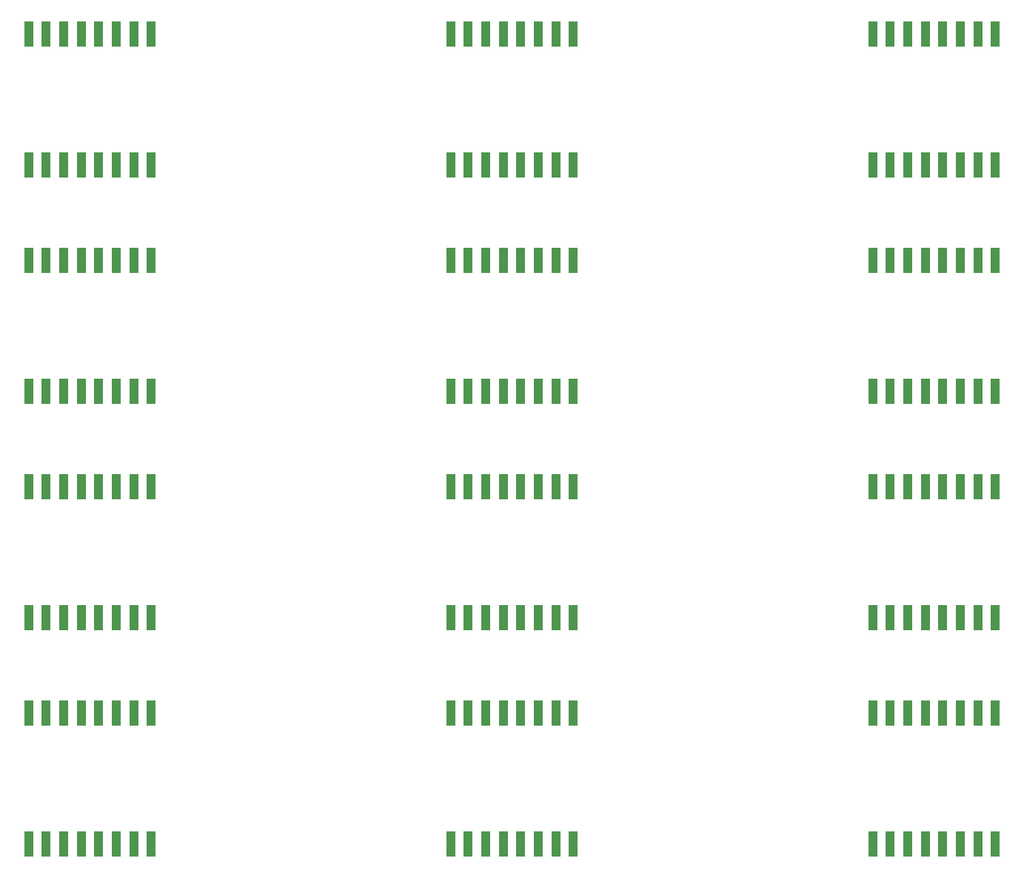
<source format=gbp>
G75*
%MOIN*%
%OFA0B0*%
%FSLAX25Y25*%
%IPPOS*%
%LPD*%
%AMOC8*
5,1,8,0,0,1.08239X$1,22.5*
%
%ADD10R,0.03937X0.11811*%
D10*
X0129191Y0048972D03*
X0137065Y0048972D03*
X0144939Y0048972D03*
X0152813Y0048972D03*
X0160687Y0048972D03*
X0168561Y0048972D03*
X0176435Y0048972D03*
X0184309Y0048972D03*
X0184309Y0108028D03*
X0176435Y0108028D03*
X0168561Y0108028D03*
X0160687Y0108028D03*
X0152813Y0108028D03*
X0144939Y0108028D03*
X0137065Y0108028D03*
X0129191Y0108028D03*
X0129191Y0150972D03*
X0137065Y0150972D03*
X0144939Y0150972D03*
X0152813Y0150972D03*
X0160687Y0150972D03*
X0168561Y0150972D03*
X0176435Y0150972D03*
X0184309Y0150972D03*
X0184309Y0210028D03*
X0176435Y0210028D03*
X0168561Y0210028D03*
X0160687Y0210028D03*
X0152813Y0210028D03*
X0144939Y0210028D03*
X0137065Y0210028D03*
X0129191Y0210028D03*
X0129191Y0252972D03*
X0137065Y0252972D03*
X0144939Y0252972D03*
X0152813Y0252972D03*
X0160687Y0252972D03*
X0168561Y0252972D03*
X0176435Y0252972D03*
X0184309Y0252972D03*
X0184309Y0312028D03*
X0176435Y0312028D03*
X0168561Y0312028D03*
X0160687Y0312028D03*
X0152813Y0312028D03*
X0144939Y0312028D03*
X0137065Y0312028D03*
X0129191Y0312028D03*
X0129191Y0354972D03*
X0137065Y0354972D03*
X0144939Y0354972D03*
X0152813Y0354972D03*
X0160687Y0354972D03*
X0168561Y0354972D03*
X0176435Y0354972D03*
X0184309Y0354972D03*
X0184309Y0414028D03*
X0176435Y0414028D03*
X0168561Y0414028D03*
X0160687Y0414028D03*
X0152813Y0414028D03*
X0144939Y0414028D03*
X0137065Y0414028D03*
X0129191Y0414028D03*
X0319191Y0414028D03*
X0327065Y0414028D03*
X0334939Y0414028D03*
X0342813Y0414028D03*
X0350687Y0414028D03*
X0358561Y0414028D03*
X0366435Y0414028D03*
X0374309Y0414028D03*
X0374309Y0354972D03*
X0366435Y0354972D03*
X0358561Y0354972D03*
X0350687Y0354972D03*
X0342813Y0354972D03*
X0334939Y0354972D03*
X0327065Y0354972D03*
X0319191Y0354972D03*
X0319191Y0312028D03*
X0327065Y0312028D03*
X0334939Y0312028D03*
X0342813Y0312028D03*
X0350687Y0312028D03*
X0358561Y0312028D03*
X0366435Y0312028D03*
X0374309Y0312028D03*
X0374309Y0252972D03*
X0366435Y0252972D03*
X0358561Y0252972D03*
X0350687Y0252972D03*
X0342813Y0252972D03*
X0334939Y0252972D03*
X0327065Y0252972D03*
X0319191Y0252972D03*
X0319191Y0210028D03*
X0327065Y0210028D03*
X0334939Y0210028D03*
X0342813Y0210028D03*
X0350687Y0210028D03*
X0358561Y0210028D03*
X0366435Y0210028D03*
X0374309Y0210028D03*
X0374309Y0150972D03*
X0366435Y0150972D03*
X0358561Y0150972D03*
X0350687Y0150972D03*
X0342813Y0150972D03*
X0334939Y0150972D03*
X0327065Y0150972D03*
X0319191Y0150972D03*
X0319191Y0108028D03*
X0327065Y0108028D03*
X0334939Y0108028D03*
X0342813Y0108028D03*
X0350687Y0108028D03*
X0358561Y0108028D03*
X0366435Y0108028D03*
X0374309Y0108028D03*
X0374309Y0048972D03*
X0366435Y0048972D03*
X0358561Y0048972D03*
X0350687Y0048972D03*
X0342813Y0048972D03*
X0334939Y0048972D03*
X0327065Y0048972D03*
X0319191Y0048972D03*
X0509191Y0048972D03*
X0517065Y0048972D03*
X0524939Y0048972D03*
X0532813Y0048972D03*
X0540687Y0048972D03*
X0548561Y0048972D03*
X0556435Y0048972D03*
X0564309Y0048972D03*
X0564309Y0108028D03*
X0556435Y0108028D03*
X0548561Y0108028D03*
X0540687Y0108028D03*
X0532813Y0108028D03*
X0524939Y0108028D03*
X0517065Y0108028D03*
X0509191Y0108028D03*
X0509191Y0150972D03*
X0517065Y0150972D03*
X0524939Y0150972D03*
X0532813Y0150972D03*
X0540687Y0150972D03*
X0548561Y0150972D03*
X0556435Y0150972D03*
X0564309Y0150972D03*
X0564309Y0210028D03*
X0556435Y0210028D03*
X0548561Y0210028D03*
X0540687Y0210028D03*
X0532813Y0210028D03*
X0524939Y0210028D03*
X0517065Y0210028D03*
X0509191Y0210028D03*
X0509191Y0252972D03*
X0517065Y0252972D03*
X0524939Y0252972D03*
X0532813Y0252972D03*
X0540687Y0252972D03*
X0548561Y0252972D03*
X0556435Y0252972D03*
X0564309Y0252972D03*
X0564309Y0312028D03*
X0556435Y0312028D03*
X0548561Y0312028D03*
X0540687Y0312028D03*
X0532813Y0312028D03*
X0524939Y0312028D03*
X0517065Y0312028D03*
X0509191Y0312028D03*
X0509191Y0354972D03*
X0517065Y0354972D03*
X0524939Y0354972D03*
X0532813Y0354972D03*
X0540687Y0354972D03*
X0548561Y0354972D03*
X0556435Y0354972D03*
X0564309Y0354972D03*
X0564309Y0414028D03*
X0556435Y0414028D03*
X0548561Y0414028D03*
X0540687Y0414028D03*
X0532813Y0414028D03*
X0524939Y0414028D03*
X0517065Y0414028D03*
X0509191Y0414028D03*
M02*

</source>
